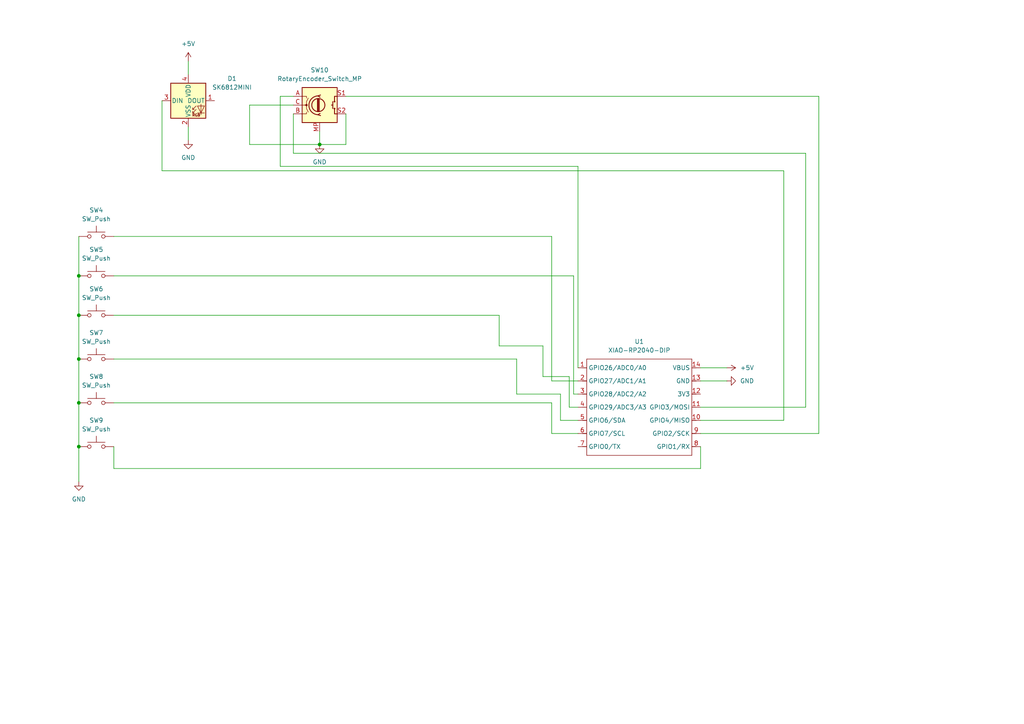
<source format=kicad_sch>
(kicad_sch (version 20250114) (generator "eeschema") (generator_version "9.0")
  (paper "A4")
  (lib_symbols
    (symbol "Device:RotaryEncoder_Switch_MP" (pin_names (offset 0.254) (hide yes))
      (property "Reference" "SW" (at 0 8.89 0))
      (property "Value" "RotaryEncoder_Switch_MP" (at 0 6.35 0))
      (symbol "RotaryEncoder_Switch_MP_0_1"
        (rectangle (start -5.08 5.08) (end 5.08 -5.08) (stroke (width 0.254)) (fill (type background)))
        (polyline (pts (xy -5.08 2.54) (xy -3.81 2.54) (xy -3.81 2.032)))
        (polyline (pts (xy -5.08 0) (xy -3.81 0) (xy -3.81 -1.016) (xy -3.302 -2.032)))
        (polyline (pts (xy -5.08 -2.54) (xy -3.81 -2.54) (xy -3.81 -2.032)))
        (polyline (pts (xy -4.318 0) (xy -3.81 0) (xy -3.81 1.016) (xy -3.302 2.032)))
        (circle (center -3.81 0) (radius 0.254) (fill (type outline)))
        (polyline (pts (xy -0.635 -1.778) (xy -0.635 1.778)) (stroke (width 0.254)))
        (circle (center -0.381 0) (radius 1.905) (stroke (width 0.254)))
        (polyline (pts (xy -0.381 -1.778) (xy -0.381 1.778)) (stroke (width 0.254)))
        (arc (start -0.381 -2.794) (mid -3.0988 -0.0635) (end -0.381 2.667) (stroke (width 0.254)))
        (polyline (pts (xy -0.127 1.778) (xy -0.127 -1.778)) (stroke (width 0.254)))
        (polyline (pts (xy 0.254 2.921) (xy -0.508 2.667) (xy 0.127 2.286)) (stroke (width 0.254)))
        (polyline (pts (xy 0.254 -3.048) (xy -0.508 -2.794) (xy 0.127 -2.413)) (stroke (width 0.254)))
        (polyline (pts (xy 3.81 1.016) (xy 3.81 -1.016)) (stroke (width 0.254)))
        (polyline (pts (xy 3.81 0) (xy 3.429 0)) (stroke (width 0.254)))
        (circle (center 4.318 1.016) (radius 0.127) (stroke (width 0.254)))
        (circle (center 4.318 -1.016) (radius 0.127) (stroke (width 0.254)))
        (polyline (pts (xy 5.08 2.54) (xy 4.318 2.54) (xy 4.318 1.016)) (stroke (width 0.254)))
        (polyline (pts (xy 5.08 -2.54) (xy 4.318 -2.54) (xy 4.318 -1.016)) (stroke (width 0.254)))
      )
      (symbol "RotaryEncoder_Switch_MP_1_1"
        (pin passive line (at -7.62 2.54 0) (length 2.54) (name "A") (number "A"))
        (pin passive line (at -7.62 0 0) (length 2.54) (name "C") (number "C"))
        (pin passive line (at -7.62 -2.54 0) (length 2.54) (name "B") (number "B"))
        (pin passive line (at 0 -7.62 90) (length 2.54) (name "MP") (number "MP"))
        (pin passive line (at 7.62 2.54 180) (length 2.54) (name "S1") (number "S1"))
        (pin passive line (at 7.62 -2.54 180) (length 2.54) (name "S2") (number "S2"))
      )
    )
    (symbol "LED:SK6812MINI" (pin_names (offset 0.254))
      (property "Reference" "D" (at 5.08 5.715 0))
      (property "Value" "SK6812MINI" (at 1.27 -5.715 0))
      (symbol "SK6812MINI_0_0"
        (text "RGB" (at 2.286 -4.191 0) (effects (font (size 0.762 0.762))))
      )
      (symbol "SK6812MINI_0_1"
        (polyline (pts (xy 1.27 -2.54) (xy 1.778 -2.54)))
        (polyline (pts (xy 1.27 -3.556) (xy 1.778 -3.556)))
        (polyline (pts (xy 2.286 -1.524) (xy 1.27 -2.54) (xy 1.27 -2.032)))
        (polyline (pts (xy 2.286 -2.54) (xy 1.27 -3.556) (xy 1.27 -3.048)))
        (polyline (pts (xy 3.683 -1.016) (xy 3.683 -3.556) (xy 3.683 -4.064)))
        (polyline (pts (xy 4.699 -1.524) (xy 2.667 -1.524) (xy 3.683 -3.556) (xy 4.699 -1.524)))
        (polyline (pts (xy 4.699 -3.556) (xy 2.667 -3.556)))
        (rectangle (start 5.08 5.08) (end -5.08 -5.08) (stroke (width 0.254)) (fill (type background)))
      )
      (symbol "SK6812MINI_1_1"
        (pin input line (at -7.62 0 0) (length 2.54) (name "DIN") (number "3"))
        (pin power_in line (at 0 7.62 270) (length 2.54) (name "VDD") (number "4"))
        (pin power_in line (at 0 -7.62 90) (length 2.54) (name "VSS") (number "2"))
        (pin output line (at 7.62 0 180) (length 2.54) (name "DOUT") (number "1"))
      )
    )
    (symbol "OPL:XIAO-RP2040-DIP"
      (property "Reference" "U" (at 0 0 0))
      (property "Value" "XIAO-RP2040-DIP" (at 5.334 -1.778 0))
      (symbol "XIAO-RP2040-DIP_1_0"
        (polyline (pts (xy -1.27 -2.54) (xy 29.21 -2.54)) (stroke (width 0.1524)))
        (polyline (pts (xy -1.27 -5.08) (xy -2.54 -5.08)) (stroke (width 0.1524)))
        (polyline (pts (xy -1.27 -5.08) (xy -1.27 -2.54)) (stroke (width 0.1524)))
        (polyline (pts (xy -1.27 -8.89) (xy -2.54 -8.89)) (stroke (width 0.1524)))
        (polyline (pts (xy -1.27 -8.89) (xy -1.27 -5.08)) (stroke (width 0.1524)))
        (polyline (pts (xy -1.27 -12.7) (xy -2.54 -12.7)) (stroke (width 0.1524)))
        (polyline (pts (xy -1.27 -12.7) (xy -1.27 -8.89)) (stroke (width 0.1524)))
        (polyline (pts (xy -1.27 -16.51) (xy -2.54 -16.51)) (stroke (width 0.1524)))
        (polyline (pts (xy -1.27 -16.51) (xy -1.27 -12.7)) (stroke (width 0.1524)))
        (polyline (pts (xy -1.27 -20.32) (xy -2.54 -20.32)) (stroke (width 0.1524)))
        (polyline (pts (xy -1.27 -24.13) (xy -2.54 -24.13)) (stroke (width 0.1524)))
        (polyline (pts (xy -1.27 -27.94) (xy -2.54 -27.94)) (stroke (width 0.1524)))
        (polyline (pts (xy -1.27 -30.48) (xy -1.27 -16.51)) (stroke (width 0.1524)))
        (polyline (pts (xy 29.21 -2.54) (xy 29.21 -5.08)) (stroke (width 0.1524)))
        (polyline (pts (xy 29.21 -5.08) (xy 29.21 -8.89)) (stroke (width 0.1524)))
        (polyline (pts (xy 29.21 -8.89) (xy 29.21 -12.7)) (stroke (width 0.1524)))
        (polyline (pts (xy 29.21 -12.7) (xy 29.21 -30.48)) (stroke (width 0.1524)))
        (polyline (pts (xy 29.21 -30.48) (xy -1.27 -30.48)) (stroke (width 0.1524)))
        (polyline (pts (xy 30.48 -5.08) (xy 29.21 -5.08)) (stroke (width 0.1524)))
        (polyline (pts (xy 30.48 -8.89) (xy 29.21 -8.89)) (stroke (width 0.1524)))
        (polyline (pts (xy 30.48 -12.7) (xy 29.21 -12.7)) (stroke (width 0.1524)))
        (polyline (pts (xy 30.48 -16.51) (xy 29.21 -16.51)) (stroke (width 0.1524)))
        (polyline (pts (xy 30.48 -20.32) (xy 29.21 -20.32)) (stroke (width 0.1524)))
        (polyline (pts (xy 30.48 -24.13) (xy 29.21 -24.13)) (stroke (width 0.1524)))
        (polyline (pts (xy 30.48 -27.94) (xy 29.21 -27.94)) (stroke (width 0.1524)))
        (pin passive line (at -3.81 -5.08 0) (length 2.54) (name "GPIO26/ADC0/A0") (number "1"))
        (pin passive line (at -3.81 -8.89 0) (length 2.54) (name "GPIO27/ADC1/A1") (number "2"))
        (pin passive line (at -3.81 -12.7 0) (length 2.54) (name "GPIO28/ADC2/A2") (number "3"))
        (pin passive line (at -3.81 -16.51 0) (length 2.54) (name "GPIO29/ADC3/A3") (number "4"))
        (pin passive line (at -3.81 -20.32 0) (length 2.54) (name "GPIO6/SDA") (number "5"))
        (pin passive line (at -3.81 -24.13 0) (length 2.54) (name "GPIO7/SCL") (number "6"))
        (pin passive line (at -3.81 -27.94 0) (length 2.54) (name "GPIO0/TX") (number "7"))
        (pin passive line (at 31.75 -5.08 180) (length 2.54) (name "VBUS") (number "14"))
        (pin passive line (at 31.75 -8.89 180) (length 2.54) (name "GND") (number "13"))
        (pin passive line (at 31.75 -12.7 180) (length 2.54) (name "3V3") (number "12"))
        (pin passive line (at 31.75 -16.51 180) (length 2.54) (name "GPIO3/MOSI") (number "11"))
        (pin passive line (at 31.75 -20.32 180) (length 2.54) (name "GPIO4/MISO") (number "10"))
        (pin passive line (at 31.75 -24.13 180) (length 2.54) (name "GPIO2/SCK") (number "9"))
        (pin passive line (at 31.75 -27.94 180) (length 2.54) (name "GPIO1/RX") (number "8"))
      )
    )
    (symbol "Switch:SW_Push" (pin_numbers (hide yes)) (pin_names (offset 1.016) (hide yes))
      (property "Reference" "SW" (at 1.27 2.54 0))
      (property "Value" "SW_Push" (at 0 -1.524 0))
      (symbol "SW_Push_0_1"
        (circle (center -2.032 0) (radius 0.508))
        (polyline (pts (xy 0 1.27) (xy 0 3.048)))
        (circle (center 2.032 0) (radius 0.508))
        (polyline (pts (xy 2.54 1.27) (xy -2.54 1.27)))
        (pin passive line (at -5.08 0 0) (length 2.54) (name "1") (number "1"))
        (pin passive line (at 5.08 0 180) (length 2.54) (name "2") (number "2"))
      )
    )
    (symbol "power:+5V" (power) (pin_numbers (hide yes)) (pin_names (offset 0) (hide yes))
      (property "Value" "+5V" (at 0 3.556 0))
      (symbol "+5V_0_1"
        (polyline (pts (xy -0.762 1.27) (xy 0 2.54)))
        (polyline (pts (xy 0 2.54) (xy 0.762 1.27)))
        (polyline (pts (xy 0 0) (xy 0 2.54)))
      )
      (symbol "+5V_1_1"
        (pin power_in line (at 0 0 90) (length 0) (name "~") (number "1"))
      )
    )
    (symbol "power:GND" (power) (pin_numbers (hide yes)) (pin_names (offset 0) (hide yes))
      (property "Value" "GND" (at 0 -3.81 0))
      (symbol "GND_0_1"
        (polyline (pts (xy 0 0) (xy 0 -1.27) (xy 1.27 -1.27) (xy 0 -2.54) (xy -1.27 -1.27) (xy 0 -1.27)))
      )
      (symbol "GND_1_1"
        (pin power_in line (at 0 0 270) (length 0) (name "~") (number "1"))
      )
    )
  )
  (junction (at 22.86 104.14))
  (junction (at 22.86 129.54))
  (junction (at 22.86 91.44))
  (junction (at 92.71 41.91))
  (junction (at 22.86 116.84))
  (junction (at 22.86 80.01))
  (wire (pts (xy 81.28 48.26) (xy 167.64 48.26)))
  (wire (pts (xy 85.09 27.94) (xy 81.28 27.94)))
  (wire (pts (xy 46.99 49.53) (xy 227.33 49.53)))
  (wire (pts (xy 54.61 36.83) (xy 54.61 40.64)))
  (wire (pts (xy 33.02 68.58) (xy 160.02 68.58)))
  (wire (pts (xy 100.33 27.94) (xy 237.49 27.94)))
  (wire (pts (xy 22.86 68.58) (xy 22.86 80.01)))
  (wire (pts (xy 203.2 135.89) (xy 203.2 129.54)))
  (wire (pts (xy 33.02 116.84) (xy 160.02 116.84)))
  (wire (pts (xy 33.02 104.14) (xy 149.86 104.14)))
  (wire (pts (xy 100.33 33.02) (xy 100.33 41.91)))
  (wire (pts (xy 22.86 80.01) (xy 22.86 91.44)))
  (wire (pts (xy 149.86 104.14) (xy 149.86 114.3)))
  (wire (pts (xy 166.37 114.3) (xy 167.64 114.3)))
  (wire (pts (xy 160.02 68.58) (xy 160.02 110.49)))
  (wire (pts (xy 237.49 125.73) (xy 203.2 125.73)))
  (wire (pts (xy 233.68 118.11) (xy 203.2 118.11)))
  (wire (pts (xy 22.86 129.54) (xy 22.86 139.7)))
  (wire (pts (xy 165.1 118.11) (xy 167.64 118.11)))
  (wire (pts (xy 157.48 100.33) (xy 157.48 109.22)))
  (wire (pts (xy 237.49 27.94) (xy 237.49 125.73)))
  (wire (pts (xy 203.2 110.49) (xy 210.82 110.49)))
  (wire (pts (xy 92.71 38.1) (xy 92.71 41.91)))
  (wire (pts (xy 144.78 91.44) (xy 144.78 100.33)))
  (wire (pts (xy 22.86 116.84) (xy 22.86 129.54)))
  (wire (pts (xy 144.78 100.33) (xy 157.48 100.33)))
  (wire (pts (xy 157.48 109.22) (xy 165.1 109.22)))
  (wire (pts (xy 22.86 91.44) (xy 22.86 104.14)))
  (wire (pts (xy 92.71 41.91) (xy 100.33 41.91)))
  (wire (pts (xy 162.56 114.3) (xy 162.56 121.92)))
  (wire (pts (xy 165.1 109.22) (xy 165.1 118.11)))
  (wire (pts (xy 233.68 44.45) (xy 233.68 118.11)))
  (wire (pts (xy 85.09 30.48) (xy 72.39 30.48)))
  (wire (pts (xy 149.86 114.3) (xy 162.56 114.3)))
  (wire (pts (xy 72.39 41.91) (xy 92.71 41.91)))
  (wire (pts (xy 33.02 91.44) (xy 144.78 91.44)))
  (wire (pts (xy 227.33 49.53) (xy 227.33 121.92)))
  (wire (pts (xy 203.2 121.92) (xy 227.33 121.92)))
  (wire (pts (xy 33.02 129.54) (xy 33.02 135.89)))
  (wire (pts (xy 54.61 17.78) (xy 54.61 21.59)))
  (wire (pts (xy 33.02 80.01) (xy 166.37 80.01)))
  (wire (pts (xy 46.99 29.21) (xy 46.99 49.53)))
  (wire (pts (xy 162.56 121.92) (xy 167.64 121.92)))
  (wire (pts (xy 33.02 135.89) (xy 203.2 135.89)))
  (wire (pts (xy 22.86 104.14) (xy 22.86 116.84)))
  (wire (pts (xy 81.28 27.94) (xy 81.28 48.26)))
  (wire (pts (xy 160.02 125.73) (xy 167.64 125.73)))
  (wire (pts (xy 85.09 44.45) (xy 233.68 44.45)))
  (wire (pts (xy 166.37 80.01) (xy 166.37 114.3)))
  (wire (pts (xy 160.02 110.49) (xy 167.64 110.49)))
  (wire (pts (xy 160.02 116.84) (xy 160.02 125.73)))
  (wire (pts (xy 85.09 33.02) (xy 85.09 44.45)))
  (wire (pts (xy 203.2 106.68) (xy 210.82 106.68)))
  (wire (pts (xy 72.39 30.48) (xy 72.39 41.91)))
  (wire (pts (xy 167.64 48.26) (xy 167.64 106.68)))
  (symbol (lib_id "OPL:XIAO-RP2040-DIP") (at 171.45 101.6 0) (unit 1)
    (property "Reference" "U1" (at 185.42 99.06 0))
    (property "Value" "XIAO-RP2040-DIP" (at 185.42 101.6 0))
    (property "Footprint" "OPL:XIAO-RP2040-DIP" (effects (hide yes)))
  )
  (symbol (lib_id "power:GND") (at 210.82 110.49 90) (unit 1)
    (property "Reference" "#PWR04" (effects (hide yes)))
    (property "Value" "GND" (at 214.63 110.4899 90) (effects (justify right)))
    (property "Description" "Power symbol creates a global label with name \"GND\" , ground" (effects (hide yes)))
  )
  (symbol (lib_id "Switch:SW_Push") (at 27.94 116.84 0) (unit 1)
    (property "Reference" "SW8" (at 27.94 109.22 0))
    (property "Value" "SW_Push" (at 27.94 111.76 0))
    (property "Footprint" "Button_Switch_Keyboard:SW_Cherry_MX_1.00u_PCB" (effects (hide yes)))
    (property "Description" "Push button switch, generic, two pins" (effects (hide yes)))
  )
  (symbol (lib_id "power:+5V") (at 210.82 106.68 270) (unit 1)
    (property "Reference" "#PWR03" (effects (hide yes)))
    (property "Value" "+5V" (at 214.63 106.6799 90) (effects (justify left)))
    (property "Description" "Power symbol creates a global label with name \"+5V\"" (effects (hide yes)))
  )
  (symbol (lib_id "Switch:SW_Push") (at 27.94 129.54 0) (unit 1)
    (property "Reference" "SW9" (at 27.94 121.92 0))
    (property "Value" "SW_Push" (at 27.94 124.46 0))
    (property "Footprint" "Button_Switch_Keyboard:SW_Cherry_MX_1.00u_PCB" (effects (hide yes)))
    (property "Description" "Push button switch, generic, two pins" (effects (hide yes)))
  )
  (symbol (lib_id "Device:RotaryEncoder_Switch_MP") (at 92.71 30.48 0) (unit 1)
    (property "Reference" "SW10" (at 92.71 20.32 0))
    (property "Value" "RotaryEncoder_Switch_MP" (at 92.71 22.86 0))
    (property "Footprint" "Rotary_Encoder:RotaryEncoder_Alps_EC11E-Switch_Vertical_H20mm" (effects (hide yes)))
    (property "Description" "Rotary encoder, dual channel, incremental quadrate outputs, with switch and MP Pin" (effects (hide yes)))
  )
  (symbol (lib_id "Switch:SW_Push") (at 27.94 68.58 0) (unit 1)
    (property "Reference" "SW4" (at 27.94 60.96 0))
    (property "Value" "SW_Push" (at 27.94 63.5 0))
    (property "Footprint" "Button_Switch_Keyboard:SW_Cherry_MX_1.00u_PCB" (effects (hide yes)))
    (property "Description" "Push button switch, generic, two pins" (effects (hide yes)))
  )
  (symbol (lib_id "Switch:SW_Push") (at 27.94 91.44 0) (unit 1)
    (property "Reference" "SW6" (at 27.94 83.82 0))
    (property "Value" "SW_Push" (at 27.94 86.36 0))
    (property "Footprint" "Button_Switch_Keyboard:SW_Cherry_MX_1.00u_PCB" (effects (hide yes)))
    (property "Description" "Push button switch, generic, two pins" (effects (hide yes)))
  )
  (symbol (lib_id "Switch:SW_Push") (at 27.94 104.14 0) (unit 1)
    (property "Reference" "SW7" (at 27.94 96.52 0))
    (property "Value" "SW_Push" (at 27.94 99.06 0))
    (property "Footprint" "Button_Switch_Keyboard:SW_Cherry_MX_1.00u_PCB" (effects (hide yes)))
    (property "Description" "Push button switch, generic, two pins" (effects (hide yes)))
  )
  (symbol (lib_id "power:GND") (at 92.71 41.91 0) (unit 1)
    (property "Reference" "#PWR06" (effects (hide yes)))
    (property "Value" "GND" (at 92.71 46.99 0))
    (property "Description" "Power symbol creates a global label with name \"GND\" , ground" (effects (hide yes)))
  )
  (symbol (lib_id "power:+5V") (at 54.61 17.78 0) (unit 1)
    (property "Reference" "#PWR02" (effects (hide yes)))
    (property "Value" "+5V" (at 54.61 12.7 0))
    (property "Description" "Power symbol creates a global label with name \"+5V\"" (effects (hide yes)))
  )
  (symbol (lib_id "power:GND") (at 54.61 40.64 0) (unit 1)
    (property "Reference" "#PWR01" (effects (hide yes)))
    (property "Value" "GND" (at 54.61 45.72 0))
    (property "Description" "Power symbol creates a global label with name \"GND\" , ground" (effects (hide yes)))
  )
  (symbol (lib_id "power:GND") (at 22.86 139.7 0) (unit 1)
    (property "Reference" "#PWR05" (effects (hide yes)))
    (property "Value" "GND" (at 22.86 144.78 0))
    (property "Description" "Power symbol creates a global label with name \"GND\" , ground" (effects (hide yes)))
  )
  (symbol (lib_id "LED:SK6812MINI") (at 54.61 29.21 0) (unit 1)
    (property "Reference" "D1" (at 67.31 22.7898 0))
    (property "Value" "SK6812MINI" (at 67.31 25.3298 0))
    (property "Footprint" "LED_SMD:LED_SK6812MINI_PLCC4_3.5x3.5mm_P1.75mm" (effects (hide yes)))
    (property "Datasheet" "https://cdn-shop.adafruit.com/product-files/2686/SK6812MINI_REV.01-1-2.pdf" (effects (hide yes)))
    (property "Description" "RGB LED with integrated controller" (effects (hide yes)))
  )
  (symbol (lib_id "Switch:SW_Push") (at 27.94 80.01 0) (unit 1)
    (property "Reference" "SW5" (at 27.94 72.39 0))
    (property "Value" "SW_Push" (at 27.94 74.93 0))
    (property "Footprint" "Button_Switch_Keyboard:SW_Cherry_MX_1.00u_PCB" (effects (hide yes)))
    (property "Description" "Push button switch, generic, two pins" (effects (hide yes)))
  )
)
</source>
